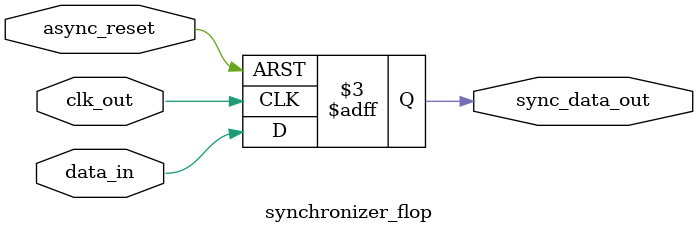
<source format=v>

`timescale 1ns/1ps

module synchronizer_flop (
  data_in, clk_out, sync_data_out, async_reset
);
  input   data_in;
  input   clk_out;
  output  sync_data_out;
  input   async_reset;

  reg     sync_data_out;

  always @(posedge clk_out or posedge async_reset)
  begin
    if (async_reset == 1'b1)
    begin
      sync_data_out <= 1'b0;
    end
    else
    begin
// In gate-level simulation, must only go to 1'bX if the input is 1'bX or 1'bZ.
// This should NEVER go to 1'bX due to setup or hold violations.
      sync_data_out <= data_in;
    end
  end
endmodule


</source>
